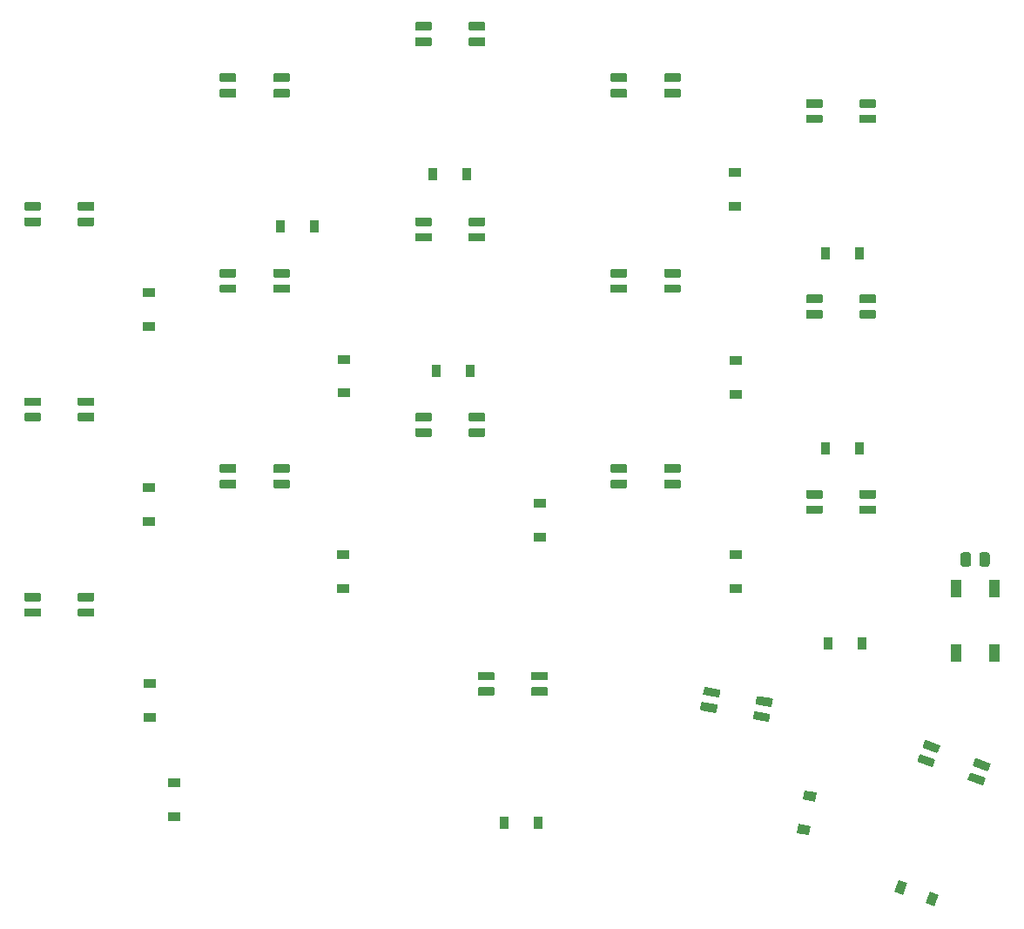
<source format=gbr>
%TF.GenerationSoftware,KiCad,Pcbnew,(5.1.10)-1*%
%TF.CreationDate,2021-11-02T14:07:56-07:00*%
%TF.ProjectId,babykeeb,62616279-6b65-4656-922e-6b696361645f,rev?*%
%TF.SameCoordinates,Original*%
%TF.FileFunction,Paste,Top*%
%TF.FilePolarity,Positive*%
%FSLAX46Y46*%
G04 Gerber Fmt 4.6, Leading zero omitted, Abs format (unit mm)*
G04 Created by KiCad (PCBNEW (5.1.10)-1) date 2021-11-02 14:07:56*
%MOMM*%
%LPD*%
G01*
G04 APERTURE LIST*
%ADD10R,1.200000X0.900000*%
%ADD11C,0.100000*%
%ADD12R,0.900000X1.200000*%
%ADD13R,1.100000X1.800000*%
G04 APERTURE END LIST*
%TO.C,D73*%
G36*
G01*
X151219764Y-107117646D02*
X149870365Y-106626505D01*
G75*
G02*
X149821356Y-106521404I28046J77055D01*
G01*
X150045721Y-105904965D01*
G75*
G02*
X150150822Y-105855956I77055J-28046D01*
G01*
X151500221Y-106347097D01*
G75*
G02*
X151549230Y-106452198I-28046J-77055D01*
G01*
X151324865Y-107068637D01*
G75*
G02*
X151219764Y-107117646I-77055J28046D01*
G01*
G37*
G36*
G01*
X150706734Y-108527185D02*
X149357335Y-108036044D01*
G75*
G02*
X149308326Y-107930943I28046J77055D01*
G01*
X149532691Y-107314504D01*
G75*
G02*
X149637792Y-107265495I77055J-28046D01*
G01*
X150987191Y-107756636D01*
G75*
G02*
X151036200Y-107861737I-28046J-77055D01*
G01*
X150811835Y-108478176D01*
G75*
G02*
X150706734Y-108527185I-77055J28046D01*
G01*
G37*
G36*
G01*
X146333362Y-105339142D02*
X144983963Y-104848001D01*
G75*
G02*
X144934954Y-104742900I28046J77055D01*
G01*
X145159319Y-104126461D01*
G75*
G02*
X145264420Y-104077452I77055J-28046D01*
G01*
X146613819Y-104568593D01*
G75*
G02*
X146662828Y-104673694I-28046J-77055D01*
G01*
X146438463Y-105290133D01*
G75*
G02*
X146333362Y-105339142I-77055J28046D01*
G01*
G37*
G36*
G01*
X145820332Y-106748681D02*
X144470933Y-106257540D01*
G75*
G02*
X144421924Y-106152439I28046J77055D01*
G01*
X144646289Y-105536000D01*
G75*
G02*
X144751390Y-105486991I77055J-28046D01*
G01*
X146100789Y-105978132D01*
G75*
G02*
X146149798Y-106083233I-28046J-77055D01*
G01*
X145925433Y-106699672D01*
G75*
G02*
X145820332Y-106748681I-77055J28046D01*
G01*
G37*
%TD*%
%TO.C,D72*%
G36*
G01*
X102315586Y-73106488D02*
X100879586Y-73106488D01*
G75*
G02*
X100797586Y-73024488I0J82000D01*
G01*
X100797586Y-72368488D01*
G75*
G02*
X100879586Y-72286488I82000J0D01*
G01*
X102315586Y-72286488D01*
G75*
G02*
X102397586Y-72368488I0J-82000D01*
G01*
X102397586Y-73024488D01*
G75*
G02*
X102315586Y-73106488I-82000J0D01*
G01*
G37*
G36*
G01*
X102315586Y-74606488D02*
X100879586Y-74606488D01*
G75*
G02*
X100797586Y-74524488I0J82000D01*
G01*
X100797586Y-73868488D01*
G75*
G02*
X100879586Y-73786488I82000J0D01*
G01*
X102315586Y-73786488D01*
G75*
G02*
X102397586Y-73868488I0J-82000D01*
G01*
X102397586Y-74524488D01*
G75*
G02*
X102315586Y-74606488I-82000J0D01*
G01*
G37*
G36*
G01*
X97115586Y-73106488D02*
X95679586Y-73106488D01*
G75*
G02*
X95597586Y-73024488I0J82000D01*
G01*
X95597586Y-72368488D01*
G75*
G02*
X95679586Y-72286488I82000J0D01*
G01*
X97115586Y-72286488D01*
G75*
G02*
X97197586Y-72368488I0J-82000D01*
G01*
X97197586Y-73024488D01*
G75*
G02*
X97115586Y-73106488I-82000J0D01*
G01*
G37*
G36*
G01*
X97115586Y-74606488D02*
X95679586Y-74606488D01*
G75*
G02*
X95597586Y-74524488I0J82000D01*
G01*
X95597586Y-73868488D01*
G75*
G02*
X95679586Y-73786488I82000J0D01*
G01*
X97115586Y-73786488D01*
G75*
G02*
X97197586Y-73868488I0J-82000D01*
G01*
X97197586Y-74524488D01*
G75*
G02*
X97115586Y-74606488I-82000J0D01*
G01*
G37*
%TD*%
%TO.C,D71*%
G36*
G01*
X130172439Y-100879263D02*
X128758255Y-100629905D01*
G75*
G02*
X128691740Y-100534912I14239J80754D01*
G01*
X128805654Y-99888878D01*
G75*
G02*
X128900647Y-99822363I80754J-14239D01*
G01*
X130314831Y-100071721D01*
G75*
G02*
X130381346Y-100166714I-14239J-80754D01*
G01*
X130267432Y-100812748D01*
G75*
G02*
X130172439Y-100879263I-80754J14239D01*
G01*
G37*
G36*
G01*
X129911967Y-102356475D02*
X128497783Y-102107117D01*
G75*
G02*
X128431268Y-102012124I14239J80754D01*
G01*
X128545182Y-101366090D01*
G75*
G02*
X128640175Y-101299575I80754J-14239D01*
G01*
X130054359Y-101548933D01*
G75*
G02*
X130120874Y-101643926I-14239J-80754D01*
G01*
X130006960Y-102289960D01*
G75*
G02*
X129911967Y-102356475I-80754J14239D01*
G01*
G37*
G36*
G01*
X125051439Y-99976293D02*
X123637255Y-99726935D01*
G75*
G02*
X123570740Y-99631942I14239J80754D01*
G01*
X123684654Y-98985908D01*
G75*
G02*
X123779647Y-98919393I80754J-14239D01*
G01*
X125193831Y-99168751D01*
G75*
G02*
X125260346Y-99263744I-14239J-80754D01*
G01*
X125146432Y-99909778D01*
G75*
G02*
X125051439Y-99976293I-80754J14239D01*
G01*
G37*
G36*
G01*
X124790966Y-101453504D02*
X123376782Y-101204146D01*
G75*
G02*
X123310267Y-101109153I14239J80754D01*
G01*
X123424181Y-100463119D01*
G75*
G02*
X123519174Y-100396604I80754J-14239D01*
G01*
X124933358Y-100645962D01*
G75*
G02*
X124999873Y-100740955I-14239J-80754D01*
G01*
X124885959Y-101386989D01*
G75*
G02*
X124790966Y-101453504I-80754J14239D01*
G01*
G37*
%TD*%
%TO.C,D70*%
G36*
G01*
X102315587Y-54106488D02*
X100879587Y-54106488D01*
G75*
G02*
X100797587Y-54024488I0J82000D01*
G01*
X100797587Y-53368488D01*
G75*
G02*
X100879587Y-53286488I82000J0D01*
G01*
X102315587Y-53286488D01*
G75*
G02*
X102397587Y-53368488I0J-82000D01*
G01*
X102397587Y-54024488D01*
G75*
G02*
X102315587Y-54106488I-82000J0D01*
G01*
G37*
G36*
G01*
X102315587Y-55606488D02*
X100879587Y-55606488D01*
G75*
G02*
X100797587Y-55524488I0J82000D01*
G01*
X100797587Y-54868488D01*
G75*
G02*
X100879587Y-54786488I82000J0D01*
G01*
X102315587Y-54786488D01*
G75*
G02*
X102397587Y-54868488I0J-82000D01*
G01*
X102397587Y-55524488D01*
G75*
G02*
X102315587Y-55606488I-82000J0D01*
G01*
G37*
G36*
G01*
X97115587Y-54106488D02*
X95679587Y-54106488D01*
G75*
G02*
X95597587Y-54024488I0J82000D01*
G01*
X95597587Y-53368488D01*
G75*
G02*
X95679587Y-53286488I82000J0D01*
G01*
X97115587Y-53286488D01*
G75*
G02*
X97197587Y-53368488I0J-82000D01*
G01*
X97197587Y-54024488D01*
G75*
G02*
X97115587Y-54106488I-82000J0D01*
G01*
G37*
G36*
G01*
X97115587Y-55606488D02*
X95679587Y-55606488D01*
G75*
G02*
X95597587Y-55524488I0J82000D01*
G01*
X95597587Y-54868488D01*
G75*
G02*
X95679587Y-54786488I82000J0D01*
G01*
X97115587Y-54786488D01*
G75*
G02*
X97197587Y-54868488I0J-82000D01*
G01*
X97197587Y-55524488D01*
G75*
G02*
X97115587Y-55606488I-82000J0D01*
G01*
G37*
%TD*%
%TO.C,D69*%
G36*
G01*
X102315587Y-35106489D02*
X100879587Y-35106489D01*
G75*
G02*
X100797587Y-35024489I0J82000D01*
G01*
X100797587Y-34368489D01*
G75*
G02*
X100879587Y-34286489I82000J0D01*
G01*
X102315587Y-34286489D01*
G75*
G02*
X102397587Y-34368489I0J-82000D01*
G01*
X102397587Y-35024489D01*
G75*
G02*
X102315587Y-35106489I-82000J0D01*
G01*
G37*
G36*
G01*
X102315587Y-36606489D02*
X100879587Y-36606489D01*
G75*
G02*
X100797587Y-36524489I0J82000D01*
G01*
X100797587Y-35868489D01*
G75*
G02*
X100879587Y-35786489I82000J0D01*
G01*
X102315587Y-35786489D01*
G75*
G02*
X102397587Y-35868489I0J-82000D01*
G01*
X102397587Y-36524489D01*
G75*
G02*
X102315587Y-36606489I-82000J0D01*
G01*
G37*
G36*
G01*
X97115587Y-35106489D02*
X95679587Y-35106489D01*
G75*
G02*
X95597587Y-35024489I0J82000D01*
G01*
X95597587Y-34368489D01*
G75*
G02*
X95679587Y-34286489I82000J0D01*
G01*
X97115587Y-34286489D01*
G75*
G02*
X97197587Y-34368489I0J-82000D01*
G01*
X97197587Y-35024489D01*
G75*
G02*
X97115587Y-35106489I-82000J0D01*
G01*
G37*
G36*
G01*
X97115587Y-36606489D02*
X95679587Y-36606489D01*
G75*
G02*
X95597587Y-36524489I0J82000D01*
G01*
X95597587Y-35868489D01*
G75*
G02*
X95679587Y-35786489I82000J0D01*
G01*
X97115587Y-35786489D01*
G75*
G02*
X97197587Y-35868489I0J-82000D01*
G01*
X97197587Y-36524489D01*
G75*
G02*
X97115587Y-36606489I-82000J0D01*
G01*
G37*
%TD*%
%TO.C,D68*%
G36*
G01*
X108396593Y-98294405D02*
X106960593Y-98294405D01*
G75*
G02*
X106878593Y-98212405I0J82000D01*
G01*
X106878593Y-97556405D01*
G75*
G02*
X106960593Y-97474405I82000J0D01*
G01*
X108396593Y-97474405D01*
G75*
G02*
X108478593Y-97556405I0J-82000D01*
G01*
X108478593Y-98212405D01*
G75*
G02*
X108396593Y-98294405I-82000J0D01*
G01*
G37*
G36*
G01*
X108396593Y-99794405D02*
X106960593Y-99794405D01*
G75*
G02*
X106878593Y-99712405I0J82000D01*
G01*
X106878593Y-99056405D01*
G75*
G02*
X106960593Y-98974405I82000J0D01*
G01*
X108396593Y-98974405D01*
G75*
G02*
X108478593Y-99056405I0J-82000D01*
G01*
X108478593Y-99712405D01*
G75*
G02*
X108396593Y-99794405I-82000J0D01*
G01*
G37*
G36*
G01*
X103196593Y-98294405D02*
X101760593Y-98294405D01*
G75*
G02*
X101678593Y-98212405I0J82000D01*
G01*
X101678593Y-97556405D01*
G75*
G02*
X101760593Y-97474405I82000J0D01*
G01*
X103196593Y-97474405D01*
G75*
G02*
X103278593Y-97556405I0J-82000D01*
G01*
X103278593Y-98212405D01*
G75*
G02*
X103196593Y-98294405I-82000J0D01*
G01*
G37*
G36*
G01*
X103196593Y-99794405D02*
X101760593Y-99794405D01*
G75*
G02*
X101678593Y-99712405I0J82000D01*
G01*
X101678593Y-99056405D01*
G75*
G02*
X101760593Y-98974405I82000J0D01*
G01*
X103196593Y-98974405D01*
G75*
G02*
X103278593Y-99056405I0J-82000D01*
G01*
X103278593Y-99712405D01*
G75*
G02*
X103196593Y-99794405I-82000J0D01*
G01*
G37*
%TD*%
%TO.C,D67*%
G36*
G01*
X83315588Y-40106489D02*
X81879588Y-40106489D01*
G75*
G02*
X81797588Y-40024489I0J82000D01*
G01*
X81797588Y-39368489D01*
G75*
G02*
X81879588Y-39286489I82000J0D01*
G01*
X83315588Y-39286489D01*
G75*
G02*
X83397588Y-39368489I0J-82000D01*
G01*
X83397588Y-40024489D01*
G75*
G02*
X83315588Y-40106489I-82000J0D01*
G01*
G37*
G36*
G01*
X83315588Y-41606489D02*
X81879588Y-41606489D01*
G75*
G02*
X81797588Y-41524489I0J82000D01*
G01*
X81797588Y-40868489D01*
G75*
G02*
X81879588Y-40786489I82000J0D01*
G01*
X83315588Y-40786489D01*
G75*
G02*
X83397588Y-40868489I0J-82000D01*
G01*
X83397588Y-41524489D01*
G75*
G02*
X83315588Y-41606489I-82000J0D01*
G01*
G37*
G36*
G01*
X78115588Y-40106489D02*
X76679588Y-40106489D01*
G75*
G02*
X76597588Y-40024489I0J82000D01*
G01*
X76597588Y-39368489D01*
G75*
G02*
X76679588Y-39286489I82000J0D01*
G01*
X78115588Y-39286489D01*
G75*
G02*
X78197588Y-39368489I0J-82000D01*
G01*
X78197588Y-40024489D01*
G75*
G02*
X78115588Y-40106489I-82000J0D01*
G01*
G37*
G36*
G01*
X78115588Y-41606489D02*
X76679588Y-41606489D01*
G75*
G02*
X76597588Y-41524489I0J82000D01*
G01*
X76597588Y-40868489D01*
G75*
G02*
X76679588Y-40786489I82000J0D01*
G01*
X78115588Y-40786489D01*
G75*
G02*
X78197588Y-40868489I0J-82000D01*
G01*
X78197588Y-41524489D01*
G75*
G02*
X78115588Y-41606489I-82000J0D01*
G01*
G37*
%TD*%
%TO.C,D66*%
G36*
G01*
X140315585Y-80606488D02*
X138879585Y-80606488D01*
G75*
G02*
X138797585Y-80524488I0J82000D01*
G01*
X138797585Y-79868488D01*
G75*
G02*
X138879585Y-79786488I82000J0D01*
G01*
X140315585Y-79786488D01*
G75*
G02*
X140397585Y-79868488I0J-82000D01*
G01*
X140397585Y-80524488D01*
G75*
G02*
X140315585Y-80606488I-82000J0D01*
G01*
G37*
G36*
G01*
X140315585Y-82106488D02*
X138879585Y-82106488D01*
G75*
G02*
X138797585Y-82024488I0J82000D01*
G01*
X138797585Y-81368488D01*
G75*
G02*
X138879585Y-81286488I82000J0D01*
G01*
X140315585Y-81286488D01*
G75*
G02*
X140397585Y-81368488I0J-82000D01*
G01*
X140397585Y-82024488D01*
G75*
G02*
X140315585Y-82106488I-82000J0D01*
G01*
G37*
G36*
G01*
X135115585Y-80606488D02*
X133679585Y-80606488D01*
G75*
G02*
X133597585Y-80524488I0J82000D01*
G01*
X133597585Y-79868488D01*
G75*
G02*
X133679585Y-79786488I82000J0D01*
G01*
X135115585Y-79786488D01*
G75*
G02*
X135197585Y-79868488I0J-82000D01*
G01*
X135197585Y-80524488D01*
G75*
G02*
X135115585Y-80606488I-82000J0D01*
G01*
G37*
G36*
G01*
X135115585Y-82106488D02*
X133679585Y-82106488D01*
G75*
G02*
X133597585Y-82024488I0J82000D01*
G01*
X133597585Y-81368488D01*
G75*
G02*
X133679585Y-81286488I82000J0D01*
G01*
X135115585Y-81286488D01*
G75*
G02*
X135197585Y-81368488I0J-82000D01*
G01*
X135197585Y-82024488D01*
G75*
G02*
X135115585Y-82106488I-82000J0D01*
G01*
G37*
%TD*%
%TO.C,D65*%
G36*
G01*
X83315588Y-59106488D02*
X81879588Y-59106488D01*
G75*
G02*
X81797588Y-59024488I0J82000D01*
G01*
X81797588Y-58368488D01*
G75*
G02*
X81879588Y-58286488I82000J0D01*
G01*
X83315588Y-58286488D01*
G75*
G02*
X83397588Y-58368488I0J-82000D01*
G01*
X83397588Y-59024488D01*
G75*
G02*
X83315588Y-59106488I-82000J0D01*
G01*
G37*
G36*
G01*
X83315588Y-60606488D02*
X81879588Y-60606488D01*
G75*
G02*
X81797588Y-60524488I0J82000D01*
G01*
X81797588Y-59868488D01*
G75*
G02*
X81879588Y-59786488I82000J0D01*
G01*
X83315588Y-59786488D01*
G75*
G02*
X83397588Y-59868488I0J-82000D01*
G01*
X83397588Y-60524488D01*
G75*
G02*
X83315588Y-60606488I-82000J0D01*
G01*
G37*
G36*
G01*
X78115588Y-59106488D02*
X76679588Y-59106488D01*
G75*
G02*
X76597588Y-59024488I0J82000D01*
G01*
X76597588Y-58368488D01*
G75*
G02*
X76679588Y-58286488I82000J0D01*
G01*
X78115588Y-58286488D01*
G75*
G02*
X78197588Y-58368488I0J-82000D01*
G01*
X78197588Y-59024488D01*
G75*
G02*
X78115588Y-59106488I-82000J0D01*
G01*
G37*
G36*
G01*
X78115588Y-60606488D02*
X76679588Y-60606488D01*
G75*
G02*
X76597588Y-60524488I0J82000D01*
G01*
X76597588Y-59868488D01*
G75*
G02*
X76679588Y-59786488I82000J0D01*
G01*
X78115588Y-59786488D01*
G75*
G02*
X78197588Y-59868488I0J-82000D01*
G01*
X78197588Y-60524488D01*
G75*
G02*
X78115588Y-60606488I-82000J0D01*
G01*
G37*
%TD*%
%TO.C,D64*%
G36*
G01*
X140315585Y-61606489D02*
X138879585Y-61606489D01*
G75*
G02*
X138797585Y-61524489I0J82000D01*
G01*
X138797585Y-60868489D01*
G75*
G02*
X138879585Y-60786489I82000J0D01*
G01*
X140315585Y-60786489D01*
G75*
G02*
X140397585Y-60868489I0J-82000D01*
G01*
X140397585Y-61524489D01*
G75*
G02*
X140315585Y-61606489I-82000J0D01*
G01*
G37*
G36*
G01*
X140315585Y-63106489D02*
X138879585Y-63106489D01*
G75*
G02*
X138797585Y-63024489I0J82000D01*
G01*
X138797585Y-62368489D01*
G75*
G02*
X138879585Y-62286489I82000J0D01*
G01*
X140315585Y-62286489D01*
G75*
G02*
X140397585Y-62368489I0J-82000D01*
G01*
X140397585Y-63024489D01*
G75*
G02*
X140315585Y-63106489I-82000J0D01*
G01*
G37*
G36*
G01*
X135115585Y-61606489D02*
X133679585Y-61606489D01*
G75*
G02*
X133597585Y-61524489I0J82000D01*
G01*
X133597585Y-60868489D01*
G75*
G02*
X133679585Y-60786489I82000J0D01*
G01*
X135115585Y-60786489D01*
G75*
G02*
X135197585Y-60868489I0J-82000D01*
G01*
X135197585Y-61524489D01*
G75*
G02*
X135115585Y-61606489I-82000J0D01*
G01*
G37*
G36*
G01*
X135115585Y-63106489D02*
X133679585Y-63106489D01*
G75*
G02*
X133597585Y-63024489I0J82000D01*
G01*
X133597585Y-62368489D01*
G75*
G02*
X133679585Y-62286489I82000J0D01*
G01*
X135115585Y-62286489D01*
G75*
G02*
X135197585Y-62368489I0J-82000D01*
G01*
X135197585Y-63024489D01*
G75*
G02*
X135115585Y-63106489I-82000J0D01*
G01*
G37*
%TD*%
%TO.C,D63*%
G36*
G01*
X83315587Y-78106487D02*
X81879587Y-78106487D01*
G75*
G02*
X81797587Y-78024487I0J82000D01*
G01*
X81797587Y-77368487D01*
G75*
G02*
X81879587Y-77286487I82000J0D01*
G01*
X83315587Y-77286487D01*
G75*
G02*
X83397587Y-77368487I0J-82000D01*
G01*
X83397587Y-78024487D01*
G75*
G02*
X83315587Y-78106487I-82000J0D01*
G01*
G37*
G36*
G01*
X83315587Y-79606487D02*
X81879587Y-79606487D01*
G75*
G02*
X81797587Y-79524487I0J82000D01*
G01*
X81797587Y-78868487D01*
G75*
G02*
X81879587Y-78786487I82000J0D01*
G01*
X83315587Y-78786487D01*
G75*
G02*
X83397587Y-78868487I0J-82000D01*
G01*
X83397587Y-79524487D01*
G75*
G02*
X83315587Y-79606487I-82000J0D01*
G01*
G37*
G36*
G01*
X78115587Y-78106487D02*
X76679587Y-78106487D01*
G75*
G02*
X76597587Y-78024487I0J82000D01*
G01*
X76597587Y-77368487D01*
G75*
G02*
X76679587Y-77286487I82000J0D01*
G01*
X78115587Y-77286487D01*
G75*
G02*
X78197587Y-77368487I0J-82000D01*
G01*
X78197587Y-78024487D01*
G75*
G02*
X78115587Y-78106487I-82000J0D01*
G01*
G37*
G36*
G01*
X78115587Y-79606487D02*
X76679587Y-79606487D01*
G75*
G02*
X76597587Y-79524487I0J82000D01*
G01*
X76597587Y-78868487D01*
G75*
G02*
X76679587Y-78786487I82000J0D01*
G01*
X78115587Y-78786487D01*
G75*
G02*
X78197587Y-78868487I0J-82000D01*
G01*
X78197587Y-79524487D01*
G75*
G02*
X78115587Y-79606487I-82000J0D01*
G01*
G37*
%TD*%
%TO.C,D62*%
G36*
G01*
X140315585Y-42606490D02*
X138879585Y-42606490D01*
G75*
G02*
X138797585Y-42524490I0J82000D01*
G01*
X138797585Y-41868490D01*
G75*
G02*
X138879585Y-41786490I82000J0D01*
G01*
X140315585Y-41786490D01*
G75*
G02*
X140397585Y-41868490I0J-82000D01*
G01*
X140397585Y-42524490D01*
G75*
G02*
X140315585Y-42606490I-82000J0D01*
G01*
G37*
G36*
G01*
X140315585Y-44106490D02*
X138879585Y-44106490D01*
G75*
G02*
X138797585Y-44024490I0J82000D01*
G01*
X138797585Y-43368490D01*
G75*
G02*
X138879585Y-43286490I82000J0D01*
G01*
X140315585Y-43286490D01*
G75*
G02*
X140397585Y-43368490I0J-82000D01*
G01*
X140397585Y-44024490D01*
G75*
G02*
X140315585Y-44106490I-82000J0D01*
G01*
G37*
G36*
G01*
X135115585Y-42606490D02*
X133679585Y-42606490D01*
G75*
G02*
X133597585Y-42524490I0J82000D01*
G01*
X133597585Y-41868490D01*
G75*
G02*
X133679585Y-41786490I82000J0D01*
G01*
X135115585Y-41786490D01*
G75*
G02*
X135197585Y-41868490I0J-82000D01*
G01*
X135197585Y-42524490D01*
G75*
G02*
X135115585Y-42606490I-82000J0D01*
G01*
G37*
G36*
G01*
X135115585Y-44106490D02*
X133679585Y-44106490D01*
G75*
G02*
X133597585Y-44024490I0J82000D01*
G01*
X133597585Y-43368490D01*
G75*
G02*
X133679585Y-43286490I82000J0D01*
G01*
X135115585Y-43286490D01*
G75*
G02*
X135197585Y-43368490I0J-82000D01*
G01*
X135197585Y-44024490D01*
G75*
G02*
X135115585Y-44106490I-82000J0D01*
G01*
G37*
%TD*%
%TO.C,D61*%
G36*
G01*
X121315586Y-40106489D02*
X119879586Y-40106489D01*
G75*
G02*
X119797586Y-40024489I0J82000D01*
G01*
X119797586Y-39368489D01*
G75*
G02*
X119879586Y-39286489I82000J0D01*
G01*
X121315586Y-39286489D01*
G75*
G02*
X121397586Y-39368489I0J-82000D01*
G01*
X121397586Y-40024489D01*
G75*
G02*
X121315586Y-40106489I-82000J0D01*
G01*
G37*
G36*
G01*
X121315586Y-41606489D02*
X119879586Y-41606489D01*
G75*
G02*
X119797586Y-41524489I0J82000D01*
G01*
X119797586Y-40868489D01*
G75*
G02*
X119879586Y-40786489I82000J0D01*
G01*
X121315586Y-40786489D01*
G75*
G02*
X121397586Y-40868489I0J-82000D01*
G01*
X121397586Y-41524489D01*
G75*
G02*
X121315586Y-41606489I-82000J0D01*
G01*
G37*
G36*
G01*
X116115586Y-40106489D02*
X114679586Y-40106489D01*
G75*
G02*
X114597586Y-40024489I0J82000D01*
G01*
X114597586Y-39368489D01*
G75*
G02*
X114679586Y-39286489I82000J0D01*
G01*
X116115586Y-39286489D01*
G75*
G02*
X116197586Y-39368489I0J-82000D01*
G01*
X116197586Y-40024489D01*
G75*
G02*
X116115586Y-40106489I-82000J0D01*
G01*
G37*
G36*
G01*
X116115586Y-41606489D02*
X114679586Y-41606489D01*
G75*
G02*
X114597586Y-41524489I0J82000D01*
G01*
X114597586Y-40868489D01*
G75*
G02*
X114679586Y-40786489I82000J0D01*
G01*
X116115586Y-40786489D01*
G75*
G02*
X116197586Y-40868489I0J-82000D01*
G01*
X116197586Y-41524489D01*
G75*
G02*
X116115586Y-41606489I-82000J0D01*
G01*
G37*
%TD*%
%TO.C,D58*%
G36*
G01*
X64315588Y-90606486D02*
X62879588Y-90606486D01*
G75*
G02*
X62797588Y-90524486I0J82000D01*
G01*
X62797588Y-89868486D01*
G75*
G02*
X62879588Y-89786486I82000J0D01*
G01*
X64315588Y-89786486D01*
G75*
G02*
X64397588Y-89868486I0J-82000D01*
G01*
X64397588Y-90524486D01*
G75*
G02*
X64315588Y-90606486I-82000J0D01*
G01*
G37*
G36*
G01*
X64315588Y-92106486D02*
X62879588Y-92106486D01*
G75*
G02*
X62797588Y-92024486I0J82000D01*
G01*
X62797588Y-91368486D01*
G75*
G02*
X62879588Y-91286486I82000J0D01*
G01*
X64315588Y-91286486D01*
G75*
G02*
X64397588Y-91368486I0J-82000D01*
G01*
X64397588Y-92024486D01*
G75*
G02*
X64315588Y-92106486I-82000J0D01*
G01*
G37*
G36*
G01*
X59115588Y-90606486D02*
X57679588Y-90606486D01*
G75*
G02*
X57597588Y-90524486I0J82000D01*
G01*
X57597588Y-89868486D01*
G75*
G02*
X57679588Y-89786486I82000J0D01*
G01*
X59115588Y-89786486D01*
G75*
G02*
X59197588Y-89868486I0J-82000D01*
G01*
X59197588Y-90524486D01*
G75*
G02*
X59115588Y-90606486I-82000J0D01*
G01*
G37*
G36*
G01*
X59115588Y-92106486D02*
X57679588Y-92106486D01*
G75*
G02*
X57597588Y-92024486I0J82000D01*
G01*
X57597588Y-91368486D01*
G75*
G02*
X57679588Y-91286486I82000J0D01*
G01*
X59115588Y-91286486D01*
G75*
G02*
X59197588Y-91368486I0J-82000D01*
G01*
X59197588Y-92024486D01*
G75*
G02*
X59115588Y-92106486I-82000J0D01*
G01*
G37*
%TD*%
%TO.C,D44*%
G36*
G01*
X121315586Y-59106488D02*
X119879586Y-59106488D01*
G75*
G02*
X119797586Y-59024488I0J82000D01*
G01*
X119797586Y-58368488D01*
G75*
G02*
X119879586Y-58286488I82000J0D01*
G01*
X121315586Y-58286488D01*
G75*
G02*
X121397586Y-58368488I0J-82000D01*
G01*
X121397586Y-59024488D01*
G75*
G02*
X121315586Y-59106488I-82000J0D01*
G01*
G37*
G36*
G01*
X121315586Y-60606488D02*
X119879586Y-60606488D01*
G75*
G02*
X119797586Y-60524488I0J82000D01*
G01*
X119797586Y-59868488D01*
G75*
G02*
X119879586Y-59786488I82000J0D01*
G01*
X121315586Y-59786488D01*
G75*
G02*
X121397586Y-59868488I0J-82000D01*
G01*
X121397586Y-60524488D01*
G75*
G02*
X121315586Y-60606488I-82000J0D01*
G01*
G37*
G36*
G01*
X116115586Y-59106488D02*
X114679586Y-59106488D01*
G75*
G02*
X114597586Y-59024488I0J82000D01*
G01*
X114597586Y-58368488D01*
G75*
G02*
X114679586Y-58286488I82000J0D01*
G01*
X116115586Y-58286488D01*
G75*
G02*
X116197586Y-58368488I0J-82000D01*
G01*
X116197586Y-59024488D01*
G75*
G02*
X116115586Y-59106488I-82000J0D01*
G01*
G37*
G36*
G01*
X116115586Y-60606488D02*
X114679586Y-60606488D01*
G75*
G02*
X114597586Y-60524488I0J82000D01*
G01*
X114597586Y-59868488D01*
G75*
G02*
X114679586Y-59786488I82000J0D01*
G01*
X116115586Y-59786488D01*
G75*
G02*
X116197586Y-59868488I0J-82000D01*
G01*
X116197586Y-60524488D01*
G75*
G02*
X116115586Y-60606488I-82000J0D01*
G01*
G37*
%TD*%
%TO.C,D40*%
G36*
G01*
X64315589Y-71606487D02*
X62879589Y-71606487D01*
G75*
G02*
X62797589Y-71524487I0J82000D01*
G01*
X62797589Y-70868487D01*
G75*
G02*
X62879589Y-70786487I82000J0D01*
G01*
X64315589Y-70786487D01*
G75*
G02*
X64397589Y-70868487I0J-82000D01*
G01*
X64397589Y-71524487D01*
G75*
G02*
X64315589Y-71606487I-82000J0D01*
G01*
G37*
G36*
G01*
X64315589Y-73106487D02*
X62879589Y-73106487D01*
G75*
G02*
X62797589Y-73024487I0J82000D01*
G01*
X62797589Y-72368487D01*
G75*
G02*
X62879589Y-72286487I82000J0D01*
G01*
X64315589Y-72286487D01*
G75*
G02*
X64397589Y-72368487I0J-82000D01*
G01*
X64397589Y-73024487D01*
G75*
G02*
X64315589Y-73106487I-82000J0D01*
G01*
G37*
G36*
G01*
X59115589Y-71606487D02*
X57679589Y-71606487D01*
G75*
G02*
X57597589Y-71524487I0J82000D01*
G01*
X57597589Y-70868487D01*
G75*
G02*
X57679589Y-70786487I82000J0D01*
G01*
X59115589Y-70786487D01*
G75*
G02*
X59197589Y-70868487I0J-82000D01*
G01*
X59197589Y-71524487D01*
G75*
G02*
X59115589Y-71606487I-82000J0D01*
G01*
G37*
G36*
G01*
X59115589Y-73106487D02*
X57679589Y-73106487D01*
G75*
G02*
X57597589Y-73024487I0J82000D01*
G01*
X57597589Y-72368487D01*
G75*
G02*
X57679589Y-72286487I82000J0D01*
G01*
X59115589Y-72286487D01*
G75*
G02*
X59197589Y-72368487I0J-82000D01*
G01*
X59197589Y-73024487D01*
G75*
G02*
X59115589Y-73106487I-82000J0D01*
G01*
G37*
%TD*%
%TO.C,D39*%
G36*
G01*
X121315586Y-78106488D02*
X119879586Y-78106488D01*
G75*
G02*
X119797586Y-78024488I0J82000D01*
G01*
X119797586Y-77368488D01*
G75*
G02*
X119879586Y-77286488I82000J0D01*
G01*
X121315586Y-77286488D01*
G75*
G02*
X121397586Y-77368488I0J-82000D01*
G01*
X121397586Y-78024488D01*
G75*
G02*
X121315586Y-78106488I-82000J0D01*
G01*
G37*
G36*
G01*
X121315586Y-79606488D02*
X119879586Y-79606488D01*
G75*
G02*
X119797586Y-79524488I0J82000D01*
G01*
X119797586Y-78868488D01*
G75*
G02*
X119879586Y-78786488I82000J0D01*
G01*
X121315586Y-78786488D01*
G75*
G02*
X121397586Y-78868488I0J-82000D01*
G01*
X121397586Y-79524488D01*
G75*
G02*
X121315586Y-79606488I-82000J0D01*
G01*
G37*
G36*
G01*
X116115586Y-78106488D02*
X114679586Y-78106488D01*
G75*
G02*
X114597586Y-78024488I0J82000D01*
G01*
X114597586Y-77368488D01*
G75*
G02*
X114679586Y-77286488I82000J0D01*
G01*
X116115586Y-77286488D01*
G75*
G02*
X116197586Y-77368488I0J-82000D01*
G01*
X116197586Y-78024488D01*
G75*
G02*
X116115586Y-78106488I-82000J0D01*
G01*
G37*
G36*
G01*
X116115586Y-79606488D02*
X114679586Y-79606488D01*
G75*
G02*
X114597586Y-79524488I0J82000D01*
G01*
X114597586Y-78868488D01*
G75*
G02*
X114679586Y-78786488I82000J0D01*
G01*
X116115586Y-78786488D01*
G75*
G02*
X116197586Y-78868488I0J-82000D01*
G01*
X116197586Y-79524488D01*
G75*
G02*
X116115586Y-79606488I-82000J0D01*
G01*
G37*
%TD*%
%TO.C,D38*%
G36*
G01*
X64315589Y-52606488D02*
X62879589Y-52606488D01*
G75*
G02*
X62797589Y-52524488I0J82000D01*
G01*
X62797589Y-51868488D01*
G75*
G02*
X62879589Y-51786488I82000J0D01*
G01*
X64315589Y-51786488D01*
G75*
G02*
X64397589Y-51868488I0J-82000D01*
G01*
X64397589Y-52524488D01*
G75*
G02*
X64315589Y-52606488I-82000J0D01*
G01*
G37*
G36*
G01*
X64315589Y-54106488D02*
X62879589Y-54106488D01*
G75*
G02*
X62797589Y-54024488I0J82000D01*
G01*
X62797589Y-53368488D01*
G75*
G02*
X62879589Y-53286488I82000J0D01*
G01*
X64315589Y-53286488D01*
G75*
G02*
X64397589Y-53368488I0J-82000D01*
G01*
X64397589Y-54024488D01*
G75*
G02*
X64315589Y-54106488I-82000J0D01*
G01*
G37*
G36*
G01*
X59115589Y-52606488D02*
X57679589Y-52606488D01*
G75*
G02*
X57597589Y-52524488I0J82000D01*
G01*
X57597589Y-51868488D01*
G75*
G02*
X57679589Y-51786488I82000J0D01*
G01*
X59115589Y-51786488D01*
G75*
G02*
X59197589Y-51868488I0J-82000D01*
G01*
X59197589Y-52524488D01*
G75*
G02*
X59115589Y-52606488I-82000J0D01*
G01*
G37*
G36*
G01*
X59115589Y-54106488D02*
X57679589Y-54106488D01*
G75*
G02*
X57597589Y-54024488I0J82000D01*
G01*
X57597589Y-53368488D01*
G75*
G02*
X57679589Y-53286488I82000J0D01*
G01*
X59115589Y-53286488D01*
G75*
G02*
X59197589Y-53368488I0J-82000D01*
G01*
X59197589Y-54024488D01*
G75*
G02*
X59115589Y-54106488I-82000J0D01*
G01*
G37*
%TD*%
D10*
%TO.C,D37*%
X72192593Y-108258404D03*
X72192593Y-111558404D03*
%TD*%
D11*
%TO.C,D36*%
G36*
X145251012Y-119963144D02*
G01*
X145661436Y-118835512D01*
X146507160Y-119143330D01*
X146096736Y-120270962D01*
X145251012Y-119963144D01*
G37*
G36*
X142150026Y-118834478D02*
G01*
X142560450Y-117706846D01*
X143406174Y-118014664D01*
X142995750Y-119142296D01*
X142150026Y-118834478D01*
G37*
%TD*%
D12*
%TO.C,D33*%
X139057093Y-94693804D03*
X135757093Y-94693804D03*
%TD*%
%TO.C,D32*%
X138777693Y-75694604D03*
X135477693Y-75694604D03*
%TD*%
%TO.C,D31*%
X138752293Y-56733504D03*
X135452293Y-56733504D03*
%TD*%
D11*
%TO.C,D30*%
G36*
X134459855Y-110088123D02*
G01*
X133278086Y-109879746D01*
X133434369Y-108993419D01*
X134616138Y-109201796D01*
X134459855Y-110088123D01*
G37*
G36*
X133886817Y-113337989D02*
G01*
X132705048Y-113129612D01*
X132861331Y-112243285D01*
X134043100Y-112451662D01*
X133886817Y-113337989D01*
G37*
%TD*%
D10*
%TO.C,D29*%
X126739093Y-86096904D03*
X126739093Y-89396904D03*
%TD*%
%TO.C,D28*%
X126802593Y-67148504D03*
X126802593Y-70448504D03*
%TD*%
%TO.C,D27*%
X126726393Y-48860504D03*
X126726393Y-52160504D03*
%TD*%
D12*
%TO.C,D26*%
X107522993Y-112118204D03*
X104222993Y-112118204D03*
%TD*%
D10*
%TO.C,D20*%
X107752593Y-81067704D03*
X107752593Y-84367704D03*
%TD*%
D12*
%TO.C,D19*%
X100931693Y-68201604D03*
X97631693Y-68201604D03*
%TD*%
%TO.C,D18*%
X100626893Y-49100804D03*
X97326893Y-49100804D03*
%TD*%
D10*
%TO.C,D17*%
X88613693Y-86071504D03*
X88613693Y-89371504D03*
%TD*%
%TO.C,D16*%
X88677193Y-67059604D03*
X88677193Y-70359604D03*
%TD*%
D12*
%TO.C,D10*%
X82518693Y-54168104D03*
X85818693Y-54168104D03*
%TD*%
D10*
%TO.C,D9*%
X69779593Y-98619104D03*
X69779593Y-101919104D03*
%TD*%
%TO.C,D8*%
X69677993Y-79569104D03*
X69677993Y-82869104D03*
%TD*%
%TO.C,D7*%
X69665293Y-60557204D03*
X69665293Y-63857204D03*
%TD*%
D13*
%TO.C,SW41*%
X148193593Y-89409404D03*
X151893593Y-95609404D03*
X151893593Y-89409404D03*
X148193593Y-95609404D03*
%TD*%
%TO.C,R4*%
G36*
G01*
X150443593Y-86990406D02*
X150443593Y-86090402D01*
G75*
G02*
X150693591Y-85840404I249998J0D01*
G01*
X151218595Y-85840404D01*
G75*
G02*
X151468593Y-86090402I0J-249998D01*
G01*
X151468593Y-86990406D01*
G75*
G02*
X151218595Y-87240404I-249998J0D01*
G01*
X150693591Y-87240404D01*
G75*
G02*
X150443593Y-86990406I0J249998D01*
G01*
G37*
G36*
G01*
X148618593Y-86990406D02*
X148618593Y-86090402D01*
G75*
G02*
X148868591Y-85840404I249998J0D01*
G01*
X149393595Y-85840404D01*
G75*
G02*
X149643593Y-86090402I0J-249998D01*
G01*
X149643593Y-86990406D01*
G75*
G02*
X149393595Y-87240404I-249998J0D01*
G01*
X148868591Y-87240404D01*
G75*
G02*
X148618593Y-86990406I0J249998D01*
G01*
G37*
%TD*%
M02*

</source>
